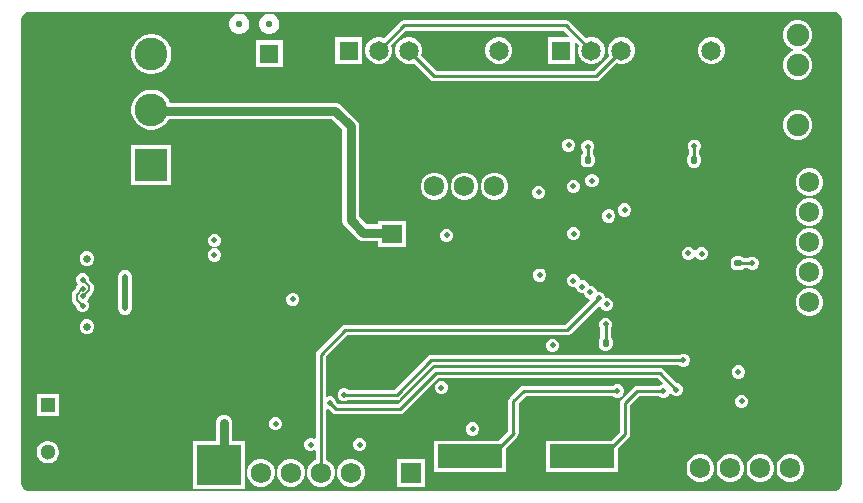
<source format=gbl>
%FSLAX24Y24*%
%MOIN*%
%SFA1B1*%

%IPPOS*%
%AMD93*
4,1,8,0.025600,0.019700,-0.025600,0.019700,-0.035400,0.009800,-0.035400,-0.009800,-0.025600,-0.019700,0.025600,-0.019700,0.035400,-0.009800,0.035400,0.009800,0.025600,0.019700,0.0*
1,1,0.019685,0.025600,0.009800*
1,1,0.019685,-0.025600,0.009800*
1,1,0.019685,-0.025600,-0.009800*
1,1,0.019685,0.025600,-0.009800*
%
%AMD102*
4,1,8,0.006900,0.010600,-0.006900,0.010600,-0.012500,0.005000,-0.012500,-0.005000,-0.006900,-0.010600,0.006900,-0.010600,0.012500,-0.005000,0.012500,0.005000,0.006900,0.010600,0.0*
1,1,0.011268,0.006900,0.005000*
1,1,0.011268,-0.006900,0.005000*
1,1,0.011268,-0.006900,-0.005000*
1,1,0.011268,0.006900,-0.005000*
%
%AMD103*
4,1,8,0.010600,-0.006900,0.010600,0.006900,0.005000,0.012500,-0.005000,0.012500,-0.010600,0.006900,-0.010600,-0.006900,-0.005000,-0.012500,0.005000,-0.012500,0.010600,-0.006900,0.0*
1,1,0.011268,0.005000,-0.006900*
1,1,0.011268,0.005000,0.006900*
1,1,0.011268,-0.005000,0.006900*
1,1,0.011268,-0.005000,-0.006900*
%
%ADD15C,0.010000*%
%ADD35R,0.070866X0.062992*%
%ADD78C,0.031496*%
%ADD79C,0.020000*%
%ADD80C,0.007000*%
%ADD84C,0.118110*%
%ADD85C,0.067913*%
%ADD86R,0.067913X0.067913*%
%ADD87C,0.109252*%
%ADD88R,0.109252X0.109252*%
%ADD89C,0.070866*%
%ADD90C,0.051181*%
%ADD91R,0.051181X0.051181*%
%ADD92C,0.074803*%
G04~CAMADD=93~8~0.0~0.0~708.7~393.7~98.4~0.0~15~0.0~0.0~0.0~0.0~0~0.0~0.0~0.0~0.0~0~0.0~0.0~0.0~0.0~708.7~393.7*
%ADD93D93*%
%ADD94O,0.082677X0.039370*%
%ADD95C,0.025591*%
%ADD96C,0.064960*%
%ADD97R,0.064960X0.064960*%
%ADD98R,0.067913X0.067913*%
%ADD99C,0.021654*%
%ADD100C,0.019685*%
%ADD101R,0.216535X0.078740*%
G04~CAMADD=102~8~0.0~0.0~250.0~212.6~56.3~0.0~15~0.0~0.0~0.0~0.0~0~0.0~0.0~0.0~0.0~0~0.0~0.0~0.0~0.0~250.0~212.6*
%ADD102D102*%
G04~CAMADD=103~8~0.0~0.0~250.0~212.6~56.3~0.0~15~0.0~0.0~0.0~0.0~0~0.0~0.0~0.0~0.0~0~0.0~0.0~0.0~270.0~213.0~250.0*
%ADD103D103*%
%ADD104R,0.110236X0.275590*%
%ADD105R,0.149606X0.137795*%
%LNpeoplecounter-1*%
%LPD*%
G36*
X27256Y16036D02*
X27313Y16012D01*
X27364Y15978*
X27407Y15935*
X27441Y15884*
X27465Y15827*
X27477Y15767*
Y15736*
Y393*
Y362*
X27465Y302*
X27441Y245*
X27407Y194*
X27364Y151*
X27313Y117*
X27256Y93*
X27196Y81*
X27165*
X393*
X362*
X302Y93*
X245Y117*
X194Y151*
X151Y194*
X117Y245*
X93Y302*
X81Y362*
Y393*
Y15736*
Y15767*
X93Y15827*
X117Y15884*
X151Y15935*
X194Y15978*
X245Y16012*
X302Y16036*
X362Y16048*
X393*
X27196*
X27256Y16036*
G37*
%LNpeoplecounter-2*%
%LPC*%
G36*
X8418Y15994D02*
X8329D01*
X8244Y15971*
X8167Y15926*
X8104Y15864*
X8060Y15787*
X8037Y15701*
Y15613*
X8060Y15527*
X8104Y15450*
X8167Y15388*
X8244Y15343*
X8329Y15320*
X8418*
X8503Y15343*
X8580Y15388*
X8643Y15450*
X8687Y15527*
X8710Y15613*
Y15701*
X8687Y15787*
X8643Y15864*
X8580Y15926*
X8503Y15971*
X8418Y15994*
G37*
G36*
X7418D02*
X7329D01*
X7244Y15971*
X7167Y15926*
X7104Y15864*
X7060Y15787*
X7037Y15701*
Y15613*
X7060Y15527*
X7104Y15450*
X7167Y15388*
X7244Y15343*
X7329Y15320*
X7418*
X7503Y15343*
X7580Y15388*
X7643Y15450*
X7687Y15527*
X7710Y15613*
Y15701*
X7687Y15787*
X7643Y15864*
X7580Y15926*
X7503Y15971*
X7418Y15994*
G37*
G36*
X23168Y15208D02*
X23051D01*
X22938Y15178*
X22837Y15119*
X22754Y15036*
X22695Y14935*
X22665Y14822*
Y14705*
X22695Y14592*
X22754Y14490*
X22837Y14407*
X22938Y14349*
X23051Y14318*
X23168*
X23281Y14349*
X23383Y14407*
X23466Y14490*
X23524Y14592*
X23555Y14705*
Y14822*
X23524Y14935*
X23466Y15036*
X23383Y15119*
X23281Y15178*
X23168Y15208*
G37*
G36*
X18274Y15773D02*
X12859D01*
X12793Y15760*
X12737Y15722*
X12193Y15178*
X12082Y15208*
X11965*
X11851Y15178*
X11750Y15119*
X11667Y15036*
X11609Y14935*
X11578Y14822*
Y14705*
X11609Y14592*
X11667Y14490*
X11750Y14407*
X11851Y14349*
X11965Y14318*
X12082*
X12195Y14349*
X12296Y14407*
X12379Y14490*
X12438Y14592*
X12468Y14705*
Y14822*
X12438Y14933*
X12931Y15426*
X18202*
X18374Y15254*
X18354Y15208*
X17665*
Y14318*
X18555*
Y15008*
X18601Y15027*
X18695Y14933*
X18665Y14822*
Y14705*
X18695Y14592*
X18754Y14490*
X18837Y14407*
X18938Y14349*
X19051Y14318*
X19168*
X19281Y14349*
X19383Y14407*
X19466Y14490*
X19524Y14592*
X19555Y14705*
Y14822*
X19524Y14935*
X19466Y15036*
X19383Y15119*
X19281Y15178*
X19168Y15208*
X19051*
X18940Y15178*
X18396Y15722*
X18340Y15760*
X18274Y15773*
G37*
G36*
X16082Y15208D02*
X15965D01*
X15851Y15178*
X15750Y15119*
X15667Y15036*
X15609Y14935*
X15578Y14822*
Y14705*
X15609Y14592*
X15667Y14490*
X15750Y14407*
X15851Y14349*
X15965Y14318*
X16082*
X16195Y14349*
X16296Y14407*
X16379Y14490*
X16438Y14592*
X16468Y14705*
Y14822*
X16438Y14935*
X16379Y15036*
X16296Y15119*
X16195Y15178*
X16082Y15208*
G37*
G36*
X11468D02*
X10578D01*
Y14318*
X11468*
Y15208*
G37*
G36*
X8818Y15102D02*
X7929D01*
Y14212*
X8818*
Y15102*
G37*
G36*
X20168Y15208D02*
X20051D01*
X19938Y15178*
X19837Y15119*
X19754Y15036*
X19695Y14935*
X19665Y14822*
Y14705*
X19695Y14593*
X19184Y14083*
X13949*
X13438Y14593*
X13468Y14705*
Y14822*
X13438Y14935*
X13379Y15036*
X13296Y15119*
X13195Y15178*
X13082Y15208*
X12965*
X12851Y15178*
X12750Y15119*
X12667Y15036*
X12609Y14935*
X12578Y14822*
Y14705*
X12609Y14592*
X12667Y14490*
X12750Y14407*
X12851Y14349*
X12965Y14318*
X13082*
X13193Y14348*
X13754Y13787*
X13811Y13749*
X13877Y13736*
X19256*
X19322Y13749*
X19379Y13787*
X19940Y14348*
X20051Y14318*
X20168*
X20281Y14349*
X20383Y14407*
X20466Y14490*
X20524Y14592*
X20555Y14705*
Y14822*
X20524Y14935*
X20466Y15036*
X20383Y15119*
X20281Y15178*
X20168Y15208*
G37*
G36*
X4510Y15311D02*
X4379D01*
X4250Y15286*
X4129Y15236*
X4020Y15163*
X3927Y15070*
X3854Y14961*
X3804Y14840*
X3778Y14711*
Y14580*
X3804Y14451*
X3854Y14330*
X3927Y14220*
X4020Y14128*
X4129Y14055*
X4250Y14005*
X4379Y13979*
X4510*
X4639Y14005*
X4760Y14055*
X4869Y14128*
X4962Y14220*
X5035Y14330*
X5085Y14451*
X5111Y14580*
Y14711*
X5085Y14840*
X5035Y14961*
X4962Y15070*
X4869Y15163*
X4760Y15236*
X4639Y15286*
X4510Y15311*
G37*
G36*
X26049Y15773D02*
X25919D01*
X25793Y15739*
X25680Y15674*
X25588Y15582*
X25523Y15470*
X25490Y15344*
Y15214*
X25523Y15088*
X25588Y14976*
X25680Y14884*
X25793Y14819*
X25844Y14805*
Y14753*
X25793Y14739*
X25680Y14674*
X25588Y14582*
X25523Y14470*
X25490Y14344*
Y14214*
X25523Y14088*
X25588Y13976*
X25680Y13884*
X25793Y13819*
X25919Y13785*
X26049*
X26174Y13819*
X26287Y13884*
X26379Y13976*
X26444Y14088*
X26478Y14214*
Y14344*
X26444Y14470*
X26379Y14582*
X26287Y14674*
X26174Y14739*
X26123Y14753*
Y14805*
X26174Y14819*
X26287Y14884*
X26379Y14976*
X26444Y15088*
X26478Y15214*
Y15344*
X26444Y15470*
X26379Y15582*
X26287Y15674*
X26174Y15739*
X26049Y15773*
G37*
G36*
Y12773D02*
X25919D01*
X25793Y12739*
X25680Y12674*
X25588Y12582*
X25523Y12470*
X25490Y12344*
Y12214*
X25523Y12088*
X25588Y11976*
X25680Y11884*
X25793Y11819*
X25919Y11785*
X26049*
X26174Y11819*
X26287Y11884*
X26379Y11976*
X26444Y12088*
X26478Y12214*
Y12344*
X26444Y12470*
X26379Y12582*
X26287Y12674*
X26174Y12739*
X26049Y12773*
G37*
G36*
X18393Y11828D02*
X18306D01*
X18226Y11795*
X18164Y11733*
X18131Y11653*
Y11566*
X18164Y11486*
X18226Y11424*
X18306Y11391*
X18393*
X18473Y11424*
X18535Y11486*
X18568Y11566*
Y11653*
X18535Y11733*
X18473Y11795*
X18393Y11828*
G37*
G36*
X19033Y11778D02*
X18946D01*
X18866Y11745*
X18804Y11683*
X18771Y11603*
Y11516*
X18804Y11436*
X18816Y11424*
Y11328*
X18812Y11325*
X18773Y11267*
X18759Y11198*
Y11061*
X18773Y10992*
X18812Y10934*
X18870Y10895*
X18939Y10881*
X19039*
X19108Y10895*
X19166Y10934*
X19205Y10992*
X19219Y11061*
Y11198*
X19205Y11267*
X19166Y11325*
X19162Y11328*
Y11424*
X19175Y11436*
X19208Y11516*
Y11603*
X19175Y11683*
X19113Y11745*
X19033Y11778*
G37*
G36*
X22583Y11798D02*
X22496D01*
X22416Y11765*
X22354Y11703*
X22321Y11623*
Y11536*
X22354Y11456*
X22361Y11449*
Y11311*
X22352Y11305*
X22313Y11247*
X22299Y11178*
Y11041*
X22313Y10972*
X22352Y10914*
X22410Y10875*
X22479Y10861*
X22579*
X22648Y10875*
X22706Y10914*
X22745Y10972*
X22759Y11041*
Y11178*
X22745Y11247*
X22707Y11303*
Y11439*
X22725Y11456*
X22758Y11536*
Y11623*
X22725Y11703*
X22663Y11765*
X22583Y11798*
G37*
G36*
X5111Y11611D02*
X3778D01*
Y10278*
X5111*
Y11611*
G37*
G36*
X19173Y10648D02*
X19086D01*
X19006Y10615*
X18944Y10553*
X18911Y10473*
Y10386*
X18944Y10306*
X19006Y10244*
X19086Y10211*
X19173*
X19253Y10244*
X19315Y10306*
X19348Y10386*
Y10473*
X19315Y10553*
X19253Y10615*
X19173Y10648*
G37*
G36*
X18553Y10452D02*
X18466D01*
X18386Y10418*
X18324Y10357*
X18291Y10277*
Y10190*
X18324Y10110*
X18386Y10048*
X18466Y10015*
X18553*
X18633Y10048*
X18695Y10110*
X18728Y10190*
Y10277*
X18695Y10357*
X18633Y10418*
X18553Y10452*
G37*
G36*
X26438Y10833D02*
X26317D01*
X26200Y10802*
X26095Y10741*
X26010Y10656*
X25949Y10551*
X25918Y10434*
Y10313*
X25949Y10196*
X26010Y10091*
X26095Y10006*
X26200Y9945*
X26317Y9914*
X26438*
X26555Y9945*
X26660Y10006*
X26745Y10091*
X26806Y10196*
X26837Y10313*
Y10434*
X26806Y10551*
X26745Y10656*
X26660Y10741*
X26555Y10802*
X26438Y10833*
G37*
G36*
X17393Y10253D02*
X17306D01*
X17226Y10220*
X17164Y10159*
X17131Y10078*
Y9991*
X17164Y9911*
X17226Y9850*
X17306Y9816*
X17393*
X17473Y9850*
X17535Y9911*
X17568Y9991*
Y10078*
X17535Y10159*
X17473Y10220*
X17393Y10253*
G37*
G36*
X15940Y10695D02*
X15819D01*
X15702Y10664*
X15597Y10603*
X15512Y10518*
X15451Y10413*
X15420Y10296*
Y10175*
X15451Y10058*
X15512Y9954*
X15597Y9868*
X15702Y9807*
X15819Y9776*
X15940*
X16057Y9807*
X16162Y9868*
X16247Y9954*
X16308Y10058*
X16339Y10175*
Y10296*
X16308Y10413*
X16247Y10518*
X16162Y10603*
X16057Y10664*
X15940Y10695*
G37*
G36*
X14940D02*
X14819D01*
X14702Y10664*
X14597Y10603*
X14512Y10518*
X14451Y10413*
X14420Y10296*
Y10175*
X14451Y10058*
X14512Y9954*
X14597Y9868*
X14702Y9807*
X14819Y9776*
X14940*
X15057Y9807*
X15162Y9868*
X15247Y9954*
X15308Y10058*
X15339Y10175*
Y10296*
X15308Y10413*
X15247Y10518*
X15162Y10603*
X15057Y10664*
X14940Y10695*
G37*
G36*
X13940D02*
X13819D01*
X13702Y10664*
X13597Y10603*
X13512Y10518*
X13451Y10413*
X13420Y10296*
Y10175*
X13451Y10058*
X13512Y9954*
X13597Y9868*
X13702Y9807*
X13819Y9776*
X13940*
X14057Y9807*
X14162Y9868*
X14247Y9954*
X14308Y10058*
X14339Y10175*
Y10296*
X14308Y10413*
X14247Y10518*
X14162Y10603*
X14057Y10664*
X13940Y10695*
G37*
G36*
X20263Y9668D02*
X20176D01*
X20096Y9635*
X20034Y9573*
X20001Y9493*
Y9406*
X20034Y9326*
X20096Y9264*
X20176Y9231*
X20263*
X20343Y9264*
X20405Y9326*
X20438Y9406*
Y9493*
X20405Y9573*
X20343Y9635*
X20263Y9668*
G37*
G36*
X19733Y9468D02*
X19646D01*
X19566Y9435*
X19504Y9373*
X19471Y9293*
Y9206*
X19504Y9126*
X19566Y9064*
X19646Y9031*
X19733*
X19813Y9064*
X19875Y9126*
X19908Y9206*
Y9293*
X19875Y9373*
X19813Y9435*
X19733Y9468*
G37*
G36*
X26438Y9833D02*
X26317D01*
X26200Y9802*
X26095Y9741*
X26010Y9656*
X25949Y9551*
X25918Y9434*
Y9313*
X25949Y9196*
X26010Y9091*
X26095Y9006*
X26200Y8945*
X26317Y8914*
X26438*
X26555Y8945*
X26660Y9006*
X26745Y9091*
X26806Y9196*
X26837Y9313*
Y9434*
X26806Y9551*
X26745Y9656*
X26660Y9741*
X26555Y9802*
X26438Y9833*
G37*
G36*
X18563Y8878D02*
X18476D01*
X18396Y8845*
X18334Y8783*
X18301Y8703*
Y8616*
X18334Y8536*
X18396Y8474*
X18476Y8441*
X18563*
X18643Y8474*
X18705Y8536*
X18738Y8616*
Y8703*
X18705Y8783*
X18643Y8845*
X18563Y8878*
G37*
G36*
X14327Y8822D02*
X14240D01*
X14160Y8789*
X14099Y8728*
X14065Y8647*
Y8560*
X14099Y8480*
X14160Y8419*
X14240Y8385*
X14327*
X14408Y8419*
X14469Y8480*
X14502Y8560*
Y8647*
X14469Y8728*
X14408Y8789*
X14327Y8822*
G37*
G36*
X4510Y13461D02*
X4379D01*
X4250Y13435*
X4129Y13385*
X4020Y13312*
X3927Y13220*
X3854Y13110*
X3804Y12989*
X3778Y12860*
Y12729*
X3804Y12600*
X3854Y12479*
X3927Y12370*
X4020Y12277*
X4129Y12204*
X4250Y12154*
X4379Y12129*
X4510*
X4639Y12154*
X4760Y12204*
X4869Y12277*
X4962Y12370*
X5028Y12470*
X10454*
X10800Y12124*
Y9120*
X10809Y9047*
X10837Y8980*
X10882Y8922*
X11312Y8492*
X11370Y8447*
X11437Y8419*
X11510Y8410*
X11985*
Y8226*
X12934*
Y9096*
X11985*
Y8969*
X11625*
X11359Y9235*
Y12240*
X11350Y12312*
X11322Y12379*
X11277Y12437*
X10767Y12947*
X10709Y12992*
X10642Y13020*
X10570Y13029*
X5068*
X5035Y13110*
X4962Y13220*
X4869Y13312*
X4760Y13385*
X4639Y13435*
X4510Y13461*
G37*
G36*
X6583Y8658D02*
X6496D01*
X6416Y8625*
X6354Y8563*
X6321Y8483*
Y8396*
X6354Y8316*
X6416Y8254*
X6496Y8221*
X6583*
X6663Y8254*
X6725Y8316*
X6758Y8396*
Y8483*
X6725Y8563*
X6663Y8625*
X6583Y8658*
G37*
G36*
X26438Y8833D02*
X26317D01*
X26200Y8802*
X26095Y8741*
X26010Y8656*
X25949Y8551*
X25918Y8434*
Y8313*
X25949Y8196*
X26010Y8091*
X26095Y8006*
X26200Y7945*
X26317Y7914*
X26438*
X26555Y7945*
X26660Y8006*
X26745Y8091*
X26806Y8196*
X26837Y8313*
Y8434*
X26806Y8551*
X26745Y8656*
X26660Y8741*
X26555Y8802*
X26438Y8833*
G37*
G36*
X22383Y8218D02*
X22296D01*
X22216Y8185*
X22154Y8123*
X22121Y8043*
Y7956*
X22154Y7876*
X22216Y7814*
X22296Y7781*
X22383*
X22463Y7814*
X22525Y7876*
X22530Y7890*
X22585*
X22594Y7866*
X22656Y7804*
X22736Y7771*
X22823*
X22903Y7804*
X22965Y7866*
X22998Y7946*
Y8033*
X22965Y8113*
X22903Y8175*
X22823Y8208*
X22736*
X22656Y8175*
X22594Y8113*
X22589Y8099*
X22535*
X22525Y8123*
X22463Y8185*
X22383Y8218*
G37*
G36*
X6583Y8168D02*
X6496D01*
X6416Y8135*
X6354Y8073*
X6321Y7993*
Y7906*
X6354Y7826*
X6416Y7764*
X6496Y7731*
X6583*
X6663Y7764*
X6725Y7826*
X6758Y7906*
Y7993*
X6725Y8073*
X6663Y8135*
X6583Y8168*
G37*
G36*
X2343Y8078D02*
X2244D01*
X2153Y8040*
X2084Y7971*
X2046Y7880*
Y7781*
X2084Y7690*
X2153Y7620*
X2244Y7582*
X2343*
X2434Y7620*
X2504Y7690*
X2542Y7781*
Y7880*
X2504Y7971*
X2434Y8040*
X2343Y8078*
G37*
G36*
X24068Y7900D02*
X23931D01*
X23862Y7886*
X23804Y7847*
X23765Y7789*
X23751Y7720*
Y7620*
X23765Y7551*
X23804Y7493*
X23862Y7454*
X23931Y7440*
X24068*
X24137Y7454*
X24195Y7493*
X24201Y7502*
X24339*
X24346Y7494*
X24426Y7461*
X24513*
X24593Y7494*
X24655Y7556*
X24688Y7636*
Y7723*
X24655Y7803*
X24593Y7865*
X24513Y7898*
X24426*
X24346Y7865*
X24329Y7848*
X24194*
X24137Y7886*
X24068Y7900*
G37*
G36*
X17433Y7498D02*
X17346D01*
X17266Y7465*
X17204Y7403*
X17171Y7323*
Y7236*
X17204Y7156*
X17266Y7094*
X17346Y7061*
X17433*
X17513Y7094*
X17575Y7156*
X17608Y7236*
Y7323*
X17575Y7403*
X17513Y7465*
X17433Y7498*
G37*
G36*
X26438Y7833D02*
X26317D01*
X26200Y7802*
X26095Y7741*
X26010Y7656*
X25949Y7551*
X25918Y7434*
Y7313*
X25949Y7196*
X26010Y7091*
X26095Y7006*
X26200Y6945*
X26317Y6914*
X26438*
X26555Y6945*
X26660Y7006*
X26745Y7091*
X26806Y7196*
X26837Y7313*
Y7434*
X26806Y7551*
X26745Y7656*
X26660Y7741*
X26555Y7802*
X26438Y7833*
G37*
G36*
X9203Y6688D02*
X9116D01*
X9036Y6655*
X8974Y6593*
X8941Y6513*
Y6426*
X8974Y6346*
X9036Y6284*
X9116Y6251*
X9203*
X9283Y6284*
X9345Y6346*
X9378Y6426*
Y6513*
X9345Y6593*
X9283Y6655*
X9203Y6688*
G37*
G36*
X18553Y7308D02*
X18466D01*
X18386Y7275*
X18324Y7213*
X18291Y7133*
Y7046*
X18324Y6966*
X18386Y6904*
X18466Y6871*
X18553*
X18554Y6871*
X18591Y6847*
X18624Y6766*
X18686Y6705*
X18766Y6672*
X18851*
Y6656*
X18884Y6576*
X18946Y6514*
X19026Y6481*
X19031*
X19050Y6435*
X18228Y5613*
X10900*
X10833Y5600*
X10777Y5562*
X9967Y4752*
X9929Y4696*
X9916Y4630*
Y1847*
X9866Y1822*
X9803Y1848*
X9716*
X9636Y1815*
X9574Y1753*
X9541Y1673*
Y1586*
X9574Y1506*
X9636Y1444*
X9716Y1411*
X9803*
X9866Y1437*
X9916Y1412*
Y1119*
X9912Y1118*
X9807Y1057*
X9722Y972*
X9661Y867*
X9630Y750*
Y629*
X9661Y512*
X9722Y407*
X9807Y322*
X9912Y261*
X10029Y230*
X10150*
X10267Y261*
X10372Y322*
X10457Y407*
X10518Y512*
X10549Y629*
Y750*
X10518Y867*
X10457Y972*
X10372Y1057*
X10267Y1118*
X10263Y1119*
Y2786*
X10304Y2814*
X10336Y2801*
X10353*
X10457Y2697*
X10513Y2659*
X10580Y2646*
X12740*
X12806Y2659*
X12862Y2697*
X14011Y3846*
X21315*
X21480Y3681*
X21459Y3631*
X21386Y3601*
X21374Y3589*
X20636*
X20570Y3576*
X20513Y3539*
X20097Y3122*
X20059Y3066*
X20046Y3000*
Y2042*
X19757Y1753*
X17597*
Y726*
X20002*
Y1508*
X20342Y1848*
X20380Y1904*
X20393Y1970*
Y2928*
X20708Y3243*
X21374*
X21386Y3231*
X21466Y3197*
X21553*
X21633Y3231*
X21695Y3292*
X21709Y3327*
X21730Y3332*
X21765Y3332*
X21820Y3277*
X21900Y3244*
X21987*
X22067Y3277*
X22129Y3339*
X22162Y3419*
Y3506*
X22129Y3586*
X22067Y3647*
X21987Y3681*
X21970*
X21509Y4142*
X21453Y4180*
X21387Y4193*
X13940*
X13873Y4180*
X13817Y4142*
X12668Y2993*
X10651*
X10598Y3046*
Y3063*
X10565Y3143*
X10503Y3205*
X10423Y3238*
X10336*
X10304Y3225*
X10263Y3253*
Y4558*
X10971Y5266*
X18300*
X18366Y5279*
X18422Y5317*
X19354Y6249*
X19357Y6249*
X19410Y6234*
X19434Y6176*
X19496Y6114*
X19576Y6081*
X19663*
X19743Y6114*
X19805Y6176*
X19838Y6256*
Y6343*
X19805Y6423*
X19743Y6485*
X19663Y6518*
X19578*
Y6543*
X19545Y6623*
X19483Y6685*
X19403Y6718*
X19316*
X19282Y6758*
X19255Y6823*
X19193Y6885*
X19113Y6918*
X19028*
Y6933*
X18995Y7014*
X18933Y7075*
X18853Y7108*
X18766*
X18765Y7108*
X18728Y7133*
X18695Y7213*
X18633Y7275*
X18553Y7308*
G37*
G36*
X2193Y7344D02*
X2106D01*
X2026Y7310*
X1964Y7249*
X1931Y7169*
Y7082*
X1964Y7002*
X1995Y6971*
X1964Y6940*
X1931Y6859*
Y6833*
X1838Y6740*
X1803Y6689*
X1791Y6628*
Y6460*
X1803Y6399*
X1838Y6348*
X1931Y6254*
Y6216*
X1964Y6136*
X2026Y6074*
X2106Y6041*
X2193*
X2273Y6074*
X2335Y6136*
X2368Y6216*
Y6303*
X2335Y6383*
X2303Y6414*
X2335Y6445*
X2368Y6526*
Y6551*
X2471Y6655*
X2505Y6706*
X2517Y6766*
Y6915*
X2505Y6976*
X2471Y7027*
X2368Y7130*
Y7169*
X2335Y7249*
X2273Y7310*
X2193Y7344*
G37*
G36*
X3562Y7454D02*
X3533Y7448D01*
X3519*
X3506Y7443*
X3477Y7437*
X3452Y7420*
X3439Y7415*
X3429Y7405*
X3404Y7388*
X3387Y7363*
X3377Y7353*
X3372Y7340*
X3355Y7315*
X3349Y7286*
X3344Y7273*
Y7259*
X3338Y7230*
Y6170*
X3344Y6140*
Y6126*
X3349Y6113*
X3355Y6084*
X3372Y6059*
X3377Y6046*
X3387Y6036*
X3404Y6011*
X3429Y5994*
X3439Y5984*
X3452Y5979*
X3477Y5962*
X3506Y5956*
X3519Y5951*
X3533*
X3562Y5945*
X3592Y5951*
X3606*
X3619Y5956*
X3648Y5962*
X3673Y5979*
X3686Y5984*
X3696Y5994*
X3721Y6011*
X3738Y6036*
X3748Y6046*
X3753Y6059*
X3770Y6084*
X3776Y6113*
X3781Y6126*
Y6140*
X3787Y6170*
Y7230*
X3781Y7259*
Y7273*
X3776Y7286*
X3770Y7315*
X3753Y7340*
X3748Y7353*
X3738Y7363*
X3721Y7388*
X3696Y7405*
X3686Y7415*
X3673Y7420*
X3648Y7437*
X3619Y7443*
X3606Y7448*
X3592*
X3562Y7454*
G37*
G36*
X26438Y6833D02*
X26317D01*
X26200Y6802*
X26095Y6741*
X26010Y6656*
X25949Y6551*
X25918Y6434*
Y6313*
X25949Y6196*
X26010Y6091*
X26095Y6006*
X26200Y5945*
X26317Y5914*
X26438*
X26555Y5945*
X26660Y6006*
X26745Y6091*
X26806Y6196*
X26837Y6313*
Y6434*
X26806Y6551*
X26745Y6656*
X26660Y6741*
X26555Y6802*
X26438Y6833*
G37*
G36*
X2343Y5803D02*
X2244D01*
X2153Y5765*
X2084Y5695*
X2046Y5604*
Y5505*
X2084Y5414*
X2153Y5344*
X2244Y5307*
X2343*
X2434Y5344*
X2504Y5414*
X2542Y5505*
Y5604*
X2504Y5695*
X2434Y5765*
X2343Y5803*
G37*
G36*
X19623Y5858D02*
X19536D01*
X19456Y5825*
X19394Y5763*
X19361Y5683*
Y5596*
X19394Y5516*
X19406Y5504*
Y5195*
X19374Y5147*
X19360Y5078*
Y4941*
X19374Y4872*
X19413Y4814*
X19471Y4775*
X19540Y4761*
X19640*
X19709Y4775*
X19767Y4814*
X19806Y4872*
X19820Y4941*
Y5078*
X19806Y5147*
X19767Y5205*
X19753Y5215*
Y5504*
X19765Y5516*
X19798Y5596*
Y5683*
X19765Y5763*
X19703Y5825*
X19623Y5858*
G37*
G36*
X17863Y5158D02*
X17776D01*
X17696Y5125*
X17634Y5063*
X17601Y4983*
Y4896*
X17634Y4816*
X17696Y4754*
X17776Y4721*
X17863*
X17943Y4754*
X18005Y4816*
X18038Y4896*
Y4983*
X18005Y5063*
X17943Y5125*
X17863Y5158*
G37*
G36*
X22216Y4662D02*
X22129D01*
X22049Y4628*
X22037Y4617*
X13773*
X13707Y4603*
X13651Y4566*
X12542Y3458*
X11000*
X10989Y3469*
X10908Y3503*
X10821*
X10741Y3469*
X10680Y3408*
X10646Y3328*
Y3241*
X10680Y3160*
X10741Y3099*
X10821Y3066*
X10908*
X10989Y3099*
X11000Y3111*
X12614*
X12681Y3124*
X12737Y3162*
X13845Y4270*
X22037*
X22049Y4258*
X22129Y4225*
X22216*
X22297Y4258*
X22358Y4320*
X22391Y4400*
Y4487*
X22358Y4567*
X22297Y4628*
X22216Y4662*
G37*
G36*
X24053Y4268D02*
X23966D01*
X23886Y4235*
X23824Y4173*
X23791Y4093*
Y4006*
X23824Y3926*
X23886Y3864*
X23966Y3831*
X24053*
X24133Y3864*
X24195Y3926*
X24228Y4006*
Y4093*
X24195Y4173*
X24133Y4235*
X24053Y4268*
G37*
G36*
X14153Y3748D02*
X14066D01*
X13986Y3715*
X13924Y3653*
X13891Y3573*
Y3486*
X13924Y3406*
X13986Y3344*
X14066Y3311*
X14153*
X14233Y3344*
X14295Y3406*
X14328Y3486*
Y3573*
X14295Y3653*
X14233Y3715*
X14153Y3748*
G37*
G36*
X20019Y3634D02*
X19932D01*
X19852Y3601*
X19840Y3589*
X16856*
X16790Y3576*
X16733Y3539*
X16387Y3192*
X16349Y3136*
X16336Y3070*
Y2072*
X16017Y1753*
X13857*
Y726*
X16262*
Y1508*
X16637Y1882*
X16674Y1939*
X16687Y2005*
X16683Y2028*
Y2998*
X16928Y3243*
X19840*
X19852Y3231*
X19932Y3197*
X20019*
X20099Y3231*
X20160Y3292*
X20194Y3372*
Y3459*
X20160Y3540*
X20099Y3601*
X20019Y3634*
G37*
G36*
X24163Y3288D02*
X24076D01*
X23996Y3255*
X23934Y3193*
X23901Y3113*
Y3026*
X23934Y2946*
X23996Y2884*
X24076Y2851*
X24163*
X24243Y2884*
X24305Y2946*
X24338Y3026*
Y3113*
X24305Y3193*
X24243Y3255*
X24163Y3288*
G37*
G36*
X1370Y3328D02*
X618D01*
Y2576*
X1370*
Y3328*
G37*
G36*
X8623Y2538D02*
X8536D01*
X8456Y2505*
X8394Y2443*
X8361Y2363*
Y2276*
X8394Y2196*
X8456Y2134*
X8536Y2101*
X8623*
X8703Y2134*
X8765Y2196*
X8798Y2276*
Y2363*
X8765Y2443*
X8703Y2505*
X8623Y2538*
G37*
G36*
X15193Y2368D02*
X15106D01*
X15026Y2335*
X14964Y2273*
X14931Y2193*
Y2106*
X14964Y2026*
X15026Y1964*
X15106Y1931*
X15193*
X15273Y1964*
X15335Y2026*
X15368Y2106*
Y2193*
X15335Y2273*
X15273Y2335*
X15193Y2368*
G37*
G36*
X11423Y1848D02*
X11336D01*
X11256Y1815*
X11194Y1753*
X11161Y1673*
Y1586*
X11194Y1506*
X11256Y1444*
X11336Y1411*
X11423*
X11503Y1444*
X11565Y1506*
X11598Y1586*
Y1673*
X11565Y1753*
X11503Y1815*
X11423Y1848*
G37*
G36*
X1043Y1753D02*
X944D01*
X849Y1728*
X763Y1678*
X693Y1608*
X643Y1523*
X618Y1427*
Y1328*
X643Y1232*
X693Y1147*
X763Y1077*
X849Y1027*
X944Y1002*
X1043*
X1139Y1027*
X1224Y1077*
X1294Y1147*
X1344Y1232*
X1370Y1328*
Y1427*
X1344Y1523*
X1294Y1608*
X1224Y1678*
X1139Y1728*
X1043Y1753*
G37*
G36*
X25800Y1299D02*
X25679D01*
X25562Y1268*
X25457Y1207*
X25372Y1122*
X25311Y1017*
X25280Y900*
Y779*
X25311Y662*
X25372Y557*
X25457Y472*
X25562Y411*
X25679Y380*
X25800*
X25917Y411*
X26022Y472*
X26107Y557*
X26168Y662*
X26199Y779*
Y900*
X26168Y1017*
X26107Y1122*
X26022Y1207*
X25917Y1268*
X25800Y1299*
G37*
G36*
X24800D02*
X24679D01*
X24562Y1268*
X24457Y1207*
X24372Y1122*
X24311Y1017*
X24280Y900*
Y779*
X24311Y662*
X24372Y557*
X24457Y472*
X24562Y411*
X24679Y380*
X24800*
X24917Y411*
X25022Y472*
X25107Y557*
X25168Y662*
X25199Y779*
Y900*
X25168Y1017*
X25107Y1122*
X25022Y1207*
X24917Y1268*
X24800Y1299*
G37*
G36*
X23800D02*
X23679D01*
X23562Y1268*
X23457Y1207*
X23372Y1122*
X23311Y1017*
X23280Y900*
Y779*
X23311Y662*
X23372Y557*
X23457Y472*
X23562Y411*
X23679Y380*
X23800*
X23917Y411*
X24022Y472*
X24107Y557*
X24168Y662*
X24199Y779*
Y900*
X24168Y1017*
X24107Y1122*
X24022Y1207*
X23917Y1268*
X23800Y1299*
G37*
G36*
X22800D02*
X22679D01*
X22562Y1268*
X22457Y1207*
X22372Y1122*
X22311Y1017*
X22280Y900*
Y779*
X22311Y662*
X22372Y557*
X22457Y472*
X22562Y411*
X22679Y380*
X22800*
X22917Y411*
X23022Y472*
X23107Y557*
X23168Y662*
X23199Y779*
Y900*
X23168Y1017*
X23107Y1122*
X23022Y1207*
X22917Y1268*
X22800Y1299*
G37*
G36*
X13549Y1149D02*
X12630D01*
Y230*
X13549*
Y1149*
G37*
G36*
X11150D02*
X11029D01*
X10912Y1118*
X10807Y1057*
X10722Y972*
X10661Y867*
X10630Y750*
Y629*
X10661Y512*
X10722Y407*
X10807Y322*
X10912Y261*
X11029Y230*
X11150*
X11267Y261*
X11372Y322*
X11457Y407*
X11518Y512*
X11549Y629*
Y750*
X11518Y867*
X11457Y972*
X11372Y1057*
X11267Y1118*
X11150Y1149*
G37*
G36*
X9150D02*
X9029D01*
X8912Y1118*
X8807Y1057*
X8722Y972*
X8661Y867*
X8630Y750*
Y629*
X8661Y512*
X8722Y407*
X8807Y322*
X8912Y261*
X9029Y230*
X9150*
X9267Y261*
X9372Y322*
X9457Y407*
X9518Y512*
X9549Y629*
Y750*
X9518Y867*
X9457Y972*
X9372Y1057*
X9267Y1118*
X9150Y1149*
G37*
G36*
X8150D02*
X8029D01*
X7912Y1118*
X7807Y1057*
X7722Y972*
X7661Y867*
X7630Y750*
Y629*
X7661Y512*
X7722Y407*
X7807Y322*
X7912Y261*
X8029Y230*
X8150*
X8267Y261*
X8372Y322*
X8457Y407*
X8518Y512*
X8549Y629*
Y750*
X8518Y867*
X8457Y972*
X8372Y1057*
X8267Y1118*
X8150Y1149*
G37*
G36*
X6860Y2619D02*
X6787Y2610D01*
X6720Y2582*
X6662Y2537*
X6617Y2479*
X6589Y2412*
X6580Y2340*
Y1763*
X5824*
Y145*
X7560*
Y1763*
X7139*
Y2340*
X7130Y2412*
X7102Y2479*
X7057Y2537*
X6999Y2582*
X6932Y2610*
X6860Y2619*
G37*
%LNpeoplecounter-3*%
%LPD*%
G54D15*
X19489Y1240D02*
X20220Y1970D01*
Y3000*
X20636Y3416*
X21510*
X10580Y2820D02*
X12740D01*
X10380Y3020D02*
X10580Y2820D01*
X12740D02*
X13940Y4020D01*
X21387*
X13773Y4443D02*
X22173D01*
X10865Y3284D02*
X12614D01*
X13773Y4443*
X19580Y5020D02*
Y5640D01*
Y5020D02*
X19590Y5010D01*
X18300Y5440D02*
X19360Y6500D01*
X10900Y5440D02*
X18300D01*
X10090Y4630D02*
X10900Y5440D01*
X10090Y690D02*
Y4630D01*
X13023Y14763D02*
X13877Y13910D01*
X19256D02*
X20110Y14763D01*
X13877Y13910D02*
X19256D01*
X12023Y14763D02*
X12859Y15600D01*
X18274D02*
X19110Y14763D01*
X12859Y15600D02*
X18274D01*
X15748Y1240D02*
X16514Y2005D01*
X16510Y2010D02*
Y3070D01*
Y2010D02*
X16514Y2005D01*
X16510Y3070D02*
X16856Y3416D01*
X19975*
X18800Y1240D02*
X19489D01*
X15060D02*
X15748D01*
X22534Y11574D02*
X22540Y11580D01*
X22529Y11110D02*
X22534Y11115D01*
Y11574*
X24004Y7675D02*
X24465D01*
X24470Y7680*
X24000Y7670D02*
X24004Y7675D01*
X18989Y11130D02*
Y11559D01*
X18990Y11560*
X18989Y11130D02*
X18989Y11130D01*
X21387Y4020D02*
X21944Y3462D01*
G54D35*
X12460Y7558D03*
Y8661D03*
G54D78*
X6692Y9340D02*
Y10462D01*
X3254Y8946D02*
X6299D01*
X6692Y9340*
Y954D02*
X6860Y1121D01*
Y2340*
X2704Y8396D02*
X3254Y8946D01*
X11080Y9120D02*
X11510Y8690D01*
X12431*
X11080Y9120D02*
Y12240D01*
X12431Y8690D02*
X12460Y8661D01*
X4490Y12750D02*
X10570D01*
X11080Y12240*
X4444Y12795D02*
X4490Y12750D01*
G54D79*
X19890Y5560D02*
X19929Y5520D01*
Y5010D02*
Y5520D01*
X3562Y6170D02*
Y7230D01*
X24540Y8009D02*
X24680Y7870D01*
X24000Y8009D02*
X24540D01*
X22190Y10799D02*
Y11110D01*
Y10799D02*
X22340Y10650D01*
X18650Y10799D02*
Y11130D01*
Y10799D02*
X18800Y10650D01*
X12470Y7110D02*
Y7548D01*
X12460Y7558D02*
X12470Y7548D01*
G54D80*
X2149Y7125D02*
X2359Y6915D01*
X2162Y6569D02*
X2359Y6766D01*
Y6915*
X1949Y6628D02*
X2137Y6816D01*
X1949Y6460D02*
X2149Y6260D01*
X1949Y6460D02*
Y6628D01*
G54D84*
X15980Y7050D03*
X23350Y12640D03*
X26630Y2360D03*
X5860Y15090D03*
X2990Y1110D03*
G54D85*
X9090Y690D03*
X10090D03*
X11090D03*
X12090D03*
X8090D03*
X15879Y10236D03*
X14879D03*
X13879D03*
X26377Y9374D03*
Y8374D03*
Y7374D03*
Y6374D03*
Y10374D03*
X25740Y840D03*
X24740D03*
X23740D03*
X22740D03*
G54D86*
X13090Y690D03*
X12879Y10236D03*
X21740Y840D03*
G54D87*
X692Y15393D03*
Y10196D03*
X4444Y14645D03*
Y12795D03*
G54D88*
X4444Y10944D03*
G54D89*
X994Y531D03*
Y3799D03*
G54D90*
X994Y1377D03*
Y2165D03*
G54D91*
X994Y2952D03*
G54D92*
X25984Y12279D03*
Y13279D03*
Y14279D03*
Y15279D03*
G54D93*
X845Y8393D03*
Y4992D03*
G54D94*
X2491Y8393D03*
Y4992D03*
G54D95*
X2294Y5555D03*
Y7830D03*
G54D96*
X16023Y14763D03*
X15023D03*
X14023D03*
X13023D03*
X12023D03*
X23110D03*
X22110D03*
X21110D03*
X20110D03*
X19110D03*
X7374Y14657D03*
G54D97*
X11023Y14763D03*
X18110D03*
X8374Y14657D03*
G54D98*
X26377Y5374D03*
G54D99*
X7374Y15657D03*
X8374D03*
G54D100*
X10380Y3020D03*
X19890Y5560D03*
X12460Y4700D03*
X13570Y4680D03*
X9190Y4520D03*
X14110Y3530D03*
X17820Y4940D03*
X8580Y2320D03*
X6850Y2350D03*
X5403Y8946D03*
X6540Y8440D03*
Y7950D03*
X17350Y10035D03*
X14830Y8600D03*
X15409Y5995D03*
X13790Y5995D03*
X11900Y7190D03*
Y7690D03*
X12470Y7100D03*
X10865Y3284D03*
X9760Y1630D03*
X14284Y8604D03*
X8340Y10960D03*
X21510Y3416D03*
X19975D03*
X3562Y6170D03*
Y7230D03*
X2149Y6816D03*
Y6260D03*
Y7125D03*
Y6569D03*
X24010Y4050D03*
X24120Y3070D03*
X11380Y1630D03*
X24680Y7870D03*
X22340Y10650D03*
X18800D03*
X17430Y8460D03*
X17680Y3100D03*
X24100Y2000D03*
X15040Y370D03*
X19620Y6300D03*
X18350Y11610D03*
X22540Y11580D03*
X18520Y8660D03*
X19580Y5640D03*
X24470Y7680D03*
X18990Y11560D03*
X22173Y4443D03*
X21944Y3462D03*
X22780Y7990D03*
X22340Y8000D03*
X19130Y10430D03*
X18510Y10233D03*
X19690Y9250D03*
X20220Y9450D03*
X19360Y6500D03*
X19070Y6700D03*
X18810Y6890D03*
X15150Y2150D03*
X9160Y6470D03*
X11810Y8690D03*
X18510Y7090D03*
X17390Y7280D03*
X9160Y8000D03*
G54D101*
X18800Y1240D03*
X15060D03*
G54D102*
X24000Y7670D03*
Y8009D03*
G54D103*
X19590Y5010D03*
X19929D03*
X22529Y11110D03*
X22190D03*
X18650Y11130D03*
X18989D03*
G54D104*
X6692Y10068D03*
G54D105*
X6692Y954D03*
M02*
</source>
